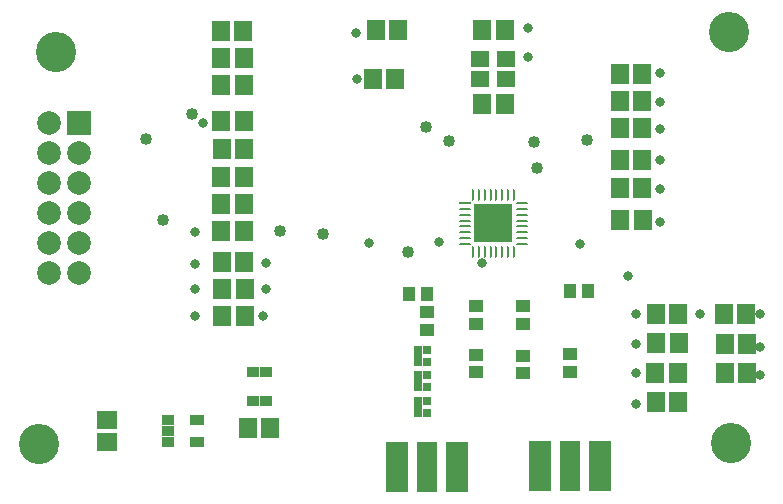
<source format=gts>
G04*
G04 #@! TF.GenerationSoftware,Altium Limited,Altium Designer,24.5.2 (23)*
G04*
G04 Layer_Color=8388736*
%FSLAX25Y25*%
%MOIN*%
G70*
G04*
G04 #@! TF.SameCoordinates,466BDFCD-25A3-4837-BAAA-452BE7E626CC*
G04*
G04*
G04 #@! TF.FilePolarity,Negative*
G04*
G01*
G75*
G04:AMPARAMS|DCode=28|XSize=39.75mil|YSize=9.55mil|CornerRadius=4.77mil|HoleSize=0mil|Usage=FLASHONLY|Rotation=0.000|XOffset=0mil|YOffset=0mil|HoleType=Round|Shape=RoundedRectangle|*
%AMROUNDEDRECTD28*
21,1,0.03975,0.00000,0,0,0.0*
21,1,0.03020,0.00955,0,0,0.0*
1,1,0.00955,0.01510,0.00000*
1,1,0.00955,-0.01510,0.00000*
1,1,0.00955,-0.01510,0.00000*
1,1,0.00955,0.01510,0.00000*
%
%ADD28ROUNDEDRECTD28*%
G04:AMPARAMS|DCode=29|XSize=9.55mil|YSize=39.75mil|CornerRadius=4.77mil|HoleSize=0mil|Usage=FLASHONLY|Rotation=0.000|XOffset=0mil|YOffset=0mil|HoleType=Round|Shape=RoundedRectangle|*
%AMROUNDEDRECTD29*
21,1,0.00955,0.03020,0,0,0.0*
21,1,0.00000,0.03975,0,0,0.0*
1,1,0.00955,0.00000,-0.01510*
1,1,0.00955,0.00000,-0.01510*
1,1,0.00955,0.00000,0.01510*
1,1,0.00955,0.00000,0.01510*
%
%ADD29ROUNDEDRECTD29*%
%ADD30R,0.03975X0.00955*%
%ADD31R,0.07800X0.16800*%
%ADD32R,0.06800X0.16800*%
%ADD33R,0.02769X0.03162*%
%ADD34R,0.02769X0.07099*%
%ADD35R,0.05131X0.03950*%
%ADD36R,0.05918X0.06706*%
%ADD37R,0.06706X0.05918*%
%ADD38R,0.03858X0.03780*%
%ADD39R,0.03950X0.05131*%
%ADD40R,0.06115X0.06706*%
%ADD41R,0.06312X0.05524*%
%ADD42R,0.04737X0.03556*%
%ADD43R,0.04409X0.03228*%
%ADD44R,0.12598X0.12598*%
%ADD45C,0.07887*%
%ADD46R,0.07887X0.07887*%
%ADD47C,0.13398*%
%ADD48C,0.03200*%
%ADD49C,0.04000*%
%ADD50C,0.03202*%
D28*
X162487Y87306D02*
D03*
Y89275D02*
D03*
Y99117D02*
D03*
Y95180D02*
D03*
Y97149D02*
D03*
Y91243D02*
D03*
Y93212D02*
D03*
X181788Y87306D02*
D03*
Y89275D02*
D03*
Y91243D02*
D03*
Y97149D02*
D03*
Y99117D02*
D03*
Y93212D02*
D03*
Y95180D02*
D03*
Y101086D02*
D03*
D29*
X165248Y84545D02*
D03*
X167217D02*
D03*
Y103847D02*
D03*
X165248D02*
D03*
X175091Y84545D02*
D03*
X179028D02*
D03*
X177059D02*
D03*
X171153D02*
D03*
X169185D02*
D03*
X173122D02*
D03*
X177059Y103847D02*
D03*
X171153D02*
D03*
X169185D02*
D03*
X175091D02*
D03*
X173122D02*
D03*
X179028D02*
D03*
D30*
X162487Y101086D02*
D03*
D31*
X187728Y13295D02*
D03*
X207728D02*
D03*
X159984Y13098D02*
D03*
X139984D02*
D03*
D32*
X197728Y13295D02*
D03*
X149984Y13098D02*
D03*
D33*
Y31130D02*
D03*
Y35067D02*
D03*
Y39630D02*
D03*
Y43567D02*
D03*
Y48098D02*
D03*
Y52035D02*
D03*
D34*
X146835Y33098D02*
D03*
Y41598D02*
D03*
Y50067D02*
D03*
D35*
X149984Y58646D02*
D03*
Y64551D02*
D03*
X166232Y60736D02*
D03*
Y66642D02*
D03*
X181980Y44201D02*
D03*
Y50106D02*
D03*
X166429Y44594D02*
D03*
Y50500D02*
D03*
X197728Y44791D02*
D03*
Y50697D02*
D03*
X181980Y60736D02*
D03*
Y66642D02*
D03*
D36*
X88870Y109752D02*
D03*
X81390D02*
D03*
Y91642D02*
D03*
X88870D02*
D03*
X221744Y115461D02*
D03*
X214264D02*
D03*
X175878Y158768D02*
D03*
X168398D02*
D03*
X233949Y54240D02*
D03*
X226468D02*
D03*
X256784Y54043D02*
D03*
X249303D02*
D03*
X139461Y142429D02*
D03*
X131980D02*
D03*
X140445Y158571D02*
D03*
X132965D02*
D03*
X81783Y72404D02*
D03*
X89264D02*
D03*
X81783Y63295D02*
D03*
X89264D02*
D03*
X221744Y135037D02*
D03*
X214264D02*
D03*
X221941Y95382D02*
D03*
X214461D02*
D03*
X221744Y144038D02*
D03*
X214264D02*
D03*
X97634Y25894D02*
D03*
X90154D02*
D03*
X256784Y44201D02*
D03*
X249303D02*
D03*
X226272Y34555D02*
D03*
X233752D02*
D03*
X233555Y44398D02*
D03*
X226075D02*
D03*
X221744Y106012D02*
D03*
X214264D02*
D03*
X168398Y133965D02*
D03*
X175878D02*
D03*
X256390Y63886D02*
D03*
X248909D02*
D03*
X226272Y64083D02*
D03*
X233752D02*
D03*
X81587Y81406D02*
D03*
X89067D02*
D03*
D37*
X43303Y21366D02*
D03*
Y28846D02*
D03*
D38*
X96359Y44594D02*
D03*
X91823D02*
D03*
X96359Y35146D02*
D03*
X91823D02*
D03*
D39*
X197728Y71563D02*
D03*
X203634D02*
D03*
X149894Y70777D02*
D03*
X143988D02*
D03*
D40*
X89067Y119004D02*
D03*
X81587D02*
D03*
X81390Y100643D02*
D03*
X88870D02*
D03*
X81390Y128256D02*
D03*
X88870D02*
D03*
X81193Y158374D02*
D03*
X88673D02*
D03*
X81390Y149319D02*
D03*
X88870D02*
D03*
X81390Y140264D02*
D03*
X88870D02*
D03*
X214264Y126036D02*
D03*
X221744D02*
D03*
D41*
X167807Y142429D02*
D03*
Y149122D02*
D03*
X176469Y142429D02*
D03*
Y149122D02*
D03*
D42*
X73225Y28846D02*
D03*
Y21366D02*
D03*
D43*
X63776Y28846D02*
D03*
Y25106D02*
D03*
Y21366D02*
D03*
D44*
X172138Y94196D02*
D03*
D45*
X23949Y77626D02*
D03*
X33949D02*
D03*
X23949Y127626D02*
D03*
Y117626D02*
D03*
Y107626D02*
D03*
Y97626D02*
D03*
Y87626D02*
D03*
X33949Y117626D02*
D03*
Y107626D02*
D03*
Y97626D02*
D03*
Y87626D02*
D03*
D46*
Y127626D02*
D03*
D47*
X251468Y20972D02*
D03*
X20563Y20579D02*
D03*
X26469Y151484D02*
D03*
X250484Y158177D02*
D03*
D48*
X154000Y88000D02*
D03*
X217020Y76681D02*
D03*
X126228Y157795D02*
D03*
X126728Y142295D02*
D03*
X130602Y87705D02*
D03*
X96350Y81012D02*
D03*
X96153Y72404D02*
D03*
X95366Y63295D02*
D03*
X201075Y87306D02*
D03*
X240839Y64083D02*
D03*
X168201Y80981D02*
D03*
X227728Y144295D02*
D03*
Y134795D02*
D03*
Y125795D02*
D03*
Y115295D02*
D03*
Y105795D02*
D03*
Y94795D02*
D03*
X75228Y127795D02*
D03*
X72728Y91295D02*
D03*
Y80795D02*
D03*
Y72295D02*
D03*
Y63295D02*
D03*
X183728Y159295D02*
D03*
Y149795D02*
D03*
X219579Y54043D02*
D03*
Y44201D02*
D03*
Y34161D02*
D03*
X260917Y64083D02*
D03*
Y53059D02*
D03*
Y43807D02*
D03*
D49*
X61902Y95382D02*
D03*
X149580Y126224D02*
D03*
X101075Y91839D02*
D03*
X186508Y112705D02*
D03*
X157374Y121760D02*
D03*
X56193Y122350D02*
D03*
X185721Y121366D02*
D03*
X203240Y122153D02*
D03*
X71547Y130815D02*
D03*
X115248Y90658D02*
D03*
X143595Y84752D02*
D03*
D50*
X219579Y63886D02*
D03*
M02*

</source>
